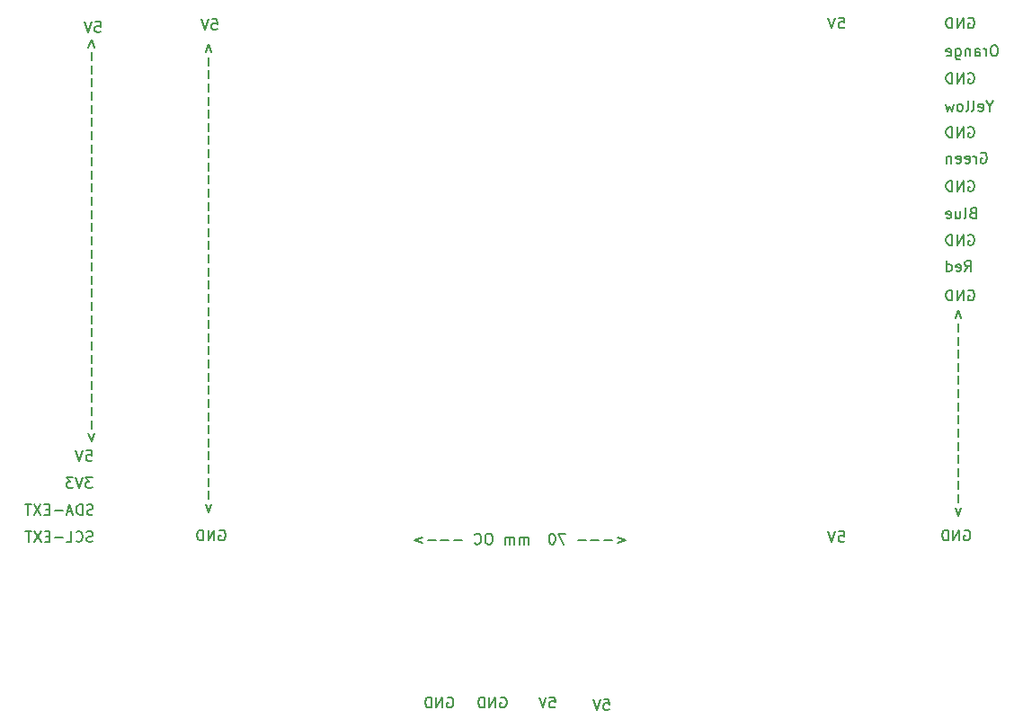
<source format=gbr>
%TF.GenerationSoftware,KiCad,Pcbnew,(5.1.9)-1*%
%TF.CreationDate,2021-10-25T22:56:29-04:00*%
%TF.ProjectId,ESP backpack,45535020-6261-4636-9b70-61636b2e6b69,rev?*%
%TF.SameCoordinates,Original*%
%TF.FileFunction,Legend,Bot*%
%TF.FilePolarity,Positive*%
%FSLAX46Y46*%
G04 Gerber Fmt 4.6, Leading zero omitted, Abs format (unit mm)*
G04 Created by KiCad (PCBNEW (5.1.9)-1) date 2021-10-25 22:56:29*
%MOMM*%
%LPD*%
G01*
G04 APERTURE LIST*
%ADD10C,0.150000*%
G04 APERTURE END LIST*
D10*
X9814595Y-68540380D02*
X9195547Y-68540380D01*
X9528880Y-68921333D01*
X9386023Y-68921333D01*
X9290785Y-68968952D01*
X9243166Y-69016571D01*
X9195547Y-69111809D01*
X9195547Y-69349904D01*
X9243166Y-69445142D01*
X9290785Y-69492761D01*
X9386023Y-69540380D01*
X9671738Y-69540380D01*
X9766976Y-69492761D01*
X9814595Y-69445142D01*
X8909833Y-68540380D02*
X8576500Y-69540380D01*
X8243166Y-68540380D01*
X8005071Y-68540380D02*
X7386023Y-68540380D01*
X7719357Y-68921333D01*
X7576500Y-68921333D01*
X7481261Y-68968952D01*
X7433642Y-69016571D01*
X7386023Y-69111809D01*
X7386023Y-69349904D01*
X7433642Y-69445142D01*
X7481261Y-69492761D01*
X7576500Y-69540380D01*
X7862214Y-69540380D01*
X7957452Y-69492761D01*
X8005071Y-69445142D01*
X9873857Y-72032761D02*
X9731000Y-72080380D01*
X9492904Y-72080380D01*
X9397666Y-72032761D01*
X9350047Y-71985142D01*
X9302428Y-71889904D01*
X9302428Y-71794666D01*
X9350047Y-71699428D01*
X9397666Y-71651809D01*
X9492904Y-71604190D01*
X9683380Y-71556571D01*
X9778619Y-71508952D01*
X9826238Y-71461333D01*
X9873857Y-71366095D01*
X9873857Y-71270857D01*
X9826238Y-71175619D01*
X9778619Y-71128000D01*
X9683380Y-71080380D01*
X9445285Y-71080380D01*
X9302428Y-71128000D01*
X8873857Y-72080380D02*
X8873857Y-71080380D01*
X8635761Y-71080380D01*
X8492904Y-71128000D01*
X8397666Y-71223238D01*
X8350047Y-71318476D01*
X8302428Y-71508952D01*
X8302428Y-71651809D01*
X8350047Y-71842285D01*
X8397666Y-71937523D01*
X8492904Y-72032761D01*
X8635761Y-72080380D01*
X8873857Y-72080380D01*
X7921476Y-71794666D02*
X7445285Y-71794666D01*
X8016714Y-72080380D02*
X7683380Y-71080380D01*
X7350047Y-72080380D01*
X7016714Y-71699428D02*
X6254809Y-71699428D01*
X5778619Y-71556571D02*
X5445285Y-71556571D01*
X5302428Y-72080380D02*
X5778619Y-72080380D01*
X5778619Y-71080380D01*
X5302428Y-71080380D01*
X4969095Y-71080380D02*
X4302428Y-72080380D01*
X4302428Y-71080380D02*
X4969095Y-72080380D01*
X4064333Y-71080380D02*
X3492904Y-71080380D01*
X3778619Y-72080380D02*
X3778619Y-71080380D01*
X9850047Y-74572761D02*
X9707190Y-74620380D01*
X9469095Y-74620380D01*
X9373857Y-74572761D01*
X9326238Y-74525142D01*
X9278619Y-74429904D01*
X9278619Y-74334666D01*
X9326238Y-74239428D01*
X9373857Y-74191809D01*
X9469095Y-74144190D01*
X9659571Y-74096571D01*
X9754809Y-74048952D01*
X9802428Y-74001333D01*
X9850047Y-73906095D01*
X9850047Y-73810857D01*
X9802428Y-73715619D01*
X9754809Y-73668000D01*
X9659571Y-73620380D01*
X9421476Y-73620380D01*
X9278619Y-73668000D01*
X8278619Y-74525142D02*
X8326238Y-74572761D01*
X8469095Y-74620380D01*
X8564333Y-74620380D01*
X8707190Y-74572761D01*
X8802428Y-74477523D01*
X8850047Y-74382285D01*
X8897666Y-74191809D01*
X8897666Y-74048952D01*
X8850047Y-73858476D01*
X8802428Y-73763238D01*
X8707190Y-73668000D01*
X8564333Y-73620380D01*
X8469095Y-73620380D01*
X8326238Y-73668000D01*
X8278619Y-73715619D01*
X7373857Y-74620380D02*
X7850047Y-74620380D01*
X7850047Y-73620380D01*
X7040523Y-74239428D02*
X6278619Y-74239428D01*
X5802428Y-74096571D02*
X5469095Y-74096571D01*
X5326238Y-74620380D02*
X5802428Y-74620380D01*
X5802428Y-73620380D01*
X5326238Y-73620380D01*
X4992904Y-73620380D02*
X4326238Y-74620380D01*
X4326238Y-73620380D02*
X4992904Y-74620380D01*
X4088142Y-73620380D02*
X3516714Y-73620380D01*
X3802428Y-74620380D02*
X3802428Y-73620380D01*
X21784404Y-73541000D02*
X21879642Y-73493380D01*
X22022500Y-73493380D01*
X22165357Y-73541000D01*
X22260595Y-73636238D01*
X22308214Y-73731476D01*
X22355833Y-73921952D01*
X22355833Y-74064809D01*
X22308214Y-74255285D01*
X22260595Y-74350523D01*
X22165357Y-74445761D01*
X22022500Y-74493380D01*
X21927261Y-74493380D01*
X21784404Y-74445761D01*
X21736785Y-74398142D01*
X21736785Y-74064809D01*
X21927261Y-74064809D01*
X21308214Y-74493380D02*
X21308214Y-73493380D01*
X20736785Y-74493380D01*
X20736785Y-73493380D01*
X20260595Y-74493380D02*
X20260595Y-73493380D01*
X20022500Y-73493380D01*
X19879642Y-73541000D01*
X19784404Y-73636238D01*
X19736785Y-73731476D01*
X19689166Y-73921952D01*
X19689166Y-74064809D01*
X19736785Y-74255285D01*
X19784404Y-74350523D01*
X19879642Y-74445761D01*
X20022500Y-74493380D01*
X20260595Y-74493380D01*
X92328904Y-40648000D02*
X92424142Y-40600380D01*
X92567000Y-40600380D01*
X92709857Y-40648000D01*
X92805095Y-40743238D01*
X92852714Y-40838476D01*
X92900333Y-41028952D01*
X92900333Y-41171809D01*
X92852714Y-41362285D01*
X92805095Y-41457523D01*
X92709857Y-41552761D01*
X92567000Y-41600380D01*
X92471761Y-41600380D01*
X92328904Y-41552761D01*
X92281285Y-41505142D01*
X92281285Y-41171809D01*
X92471761Y-41171809D01*
X91852714Y-41600380D02*
X91852714Y-40600380D01*
X91281285Y-41600380D01*
X91281285Y-40600380D01*
X90805095Y-41600380D02*
X90805095Y-40600380D01*
X90567000Y-40600380D01*
X90424142Y-40648000D01*
X90328904Y-40743238D01*
X90281285Y-40838476D01*
X90233666Y-41028952D01*
X90233666Y-41171809D01*
X90281285Y-41362285D01*
X90328904Y-41457523D01*
X90424142Y-41552761D01*
X90567000Y-41600380D01*
X90805095Y-41600380D01*
X92328904Y-35568000D02*
X92424142Y-35520380D01*
X92567000Y-35520380D01*
X92709857Y-35568000D01*
X92805095Y-35663238D01*
X92852714Y-35758476D01*
X92900333Y-35948952D01*
X92900333Y-36091809D01*
X92852714Y-36282285D01*
X92805095Y-36377523D01*
X92709857Y-36472761D01*
X92567000Y-36520380D01*
X92471761Y-36520380D01*
X92328904Y-36472761D01*
X92281285Y-36425142D01*
X92281285Y-36091809D01*
X92471761Y-36091809D01*
X91852714Y-36520380D02*
X91852714Y-35520380D01*
X91281285Y-36520380D01*
X91281285Y-35520380D01*
X90805095Y-36520380D02*
X90805095Y-35520380D01*
X90567000Y-35520380D01*
X90424142Y-35568000D01*
X90328904Y-35663238D01*
X90281285Y-35758476D01*
X90233666Y-35948952D01*
X90233666Y-36091809D01*
X90281285Y-36282285D01*
X90328904Y-36377523D01*
X90424142Y-36472761D01*
X90567000Y-36520380D01*
X90805095Y-36520380D01*
X92328904Y-25281000D02*
X92424142Y-25233380D01*
X92567000Y-25233380D01*
X92709857Y-25281000D01*
X92805095Y-25376238D01*
X92852714Y-25471476D01*
X92900333Y-25661952D01*
X92900333Y-25804809D01*
X92852714Y-25995285D01*
X92805095Y-26090523D01*
X92709857Y-26185761D01*
X92567000Y-26233380D01*
X92471761Y-26233380D01*
X92328904Y-26185761D01*
X92281285Y-26138142D01*
X92281285Y-25804809D01*
X92471761Y-25804809D01*
X91852714Y-26233380D02*
X91852714Y-25233380D01*
X91281285Y-26233380D01*
X91281285Y-25233380D01*
X90805095Y-26233380D02*
X90805095Y-25233380D01*
X90567000Y-25233380D01*
X90424142Y-25281000D01*
X90328904Y-25376238D01*
X90281285Y-25471476D01*
X90233666Y-25661952D01*
X90233666Y-25804809D01*
X90281285Y-25995285D01*
X90328904Y-26090523D01*
X90424142Y-26185761D01*
X90567000Y-26233380D01*
X90805095Y-26233380D01*
X92328904Y-30488000D02*
X92424142Y-30440380D01*
X92567000Y-30440380D01*
X92709857Y-30488000D01*
X92805095Y-30583238D01*
X92852714Y-30678476D01*
X92900333Y-30868952D01*
X92900333Y-31011809D01*
X92852714Y-31202285D01*
X92805095Y-31297523D01*
X92709857Y-31392761D01*
X92567000Y-31440380D01*
X92471761Y-31440380D01*
X92328904Y-31392761D01*
X92281285Y-31345142D01*
X92281285Y-31011809D01*
X92471761Y-31011809D01*
X91852714Y-31440380D02*
X91852714Y-30440380D01*
X91281285Y-31440380D01*
X91281285Y-30440380D01*
X90805095Y-31440380D02*
X90805095Y-30440380D01*
X90567000Y-30440380D01*
X90424142Y-30488000D01*
X90328904Y-30583238D01*
X90281285Y-30678476D01*
X90233666Y-30868952D01*
X90233666Y-31011809D01*
X90281285Y-31202285D01*
X90328904Y-31297523D01*
X90424142Y-31392761D01*
X90567000Y-31440380D01*
X90805095Y-31440380D01*
X92328904Y-45728000D02*
X92424142Y-45680380D01*
X92567000Y-45680380D01*
X92709857Y-45728000D01*
X92805095Y-45823238D01*
X92852714Y-45918476D01*
X92900333Y-46108952D01*
X92900333Y-46251809D01*
X92852714Y-46442285D01*
X92805095Y-46537523D01*
X92709857Y-46632761D01*
X92567000Y-46680380D01*
X92471761Y-46680380D01*
X92328904Y-46632761D01*
X92281285Y-46585142D01*
X92281285Y-46251809D01*
X92471761Y-46251809D01*
X91852714Y-46680380D02*
X91852714Y-45680380D01*
X91281285Y-46680380D01*
X91281285Y-45680380D01*
X90805095Y-46680380D02*
X90805095Y-45680380D01*
X90567000Y-45680380D01*
X90424142Y-45728000D01*
X90328904Y-45823238D01*
X90281285Y-45918476D01*
X90233666Y-46108952D01*
X90233666Y-46251809D01*
X90281285Y-46442285D01*
X90328904Y-46537523D01*
X90424142Y-46632761D01*
X90567000Y-46680380D01*
X90805095Y-46680380D01*
X92328904Y-50935000D02*
X92424142Y-50887380D01*
X92567000Y-50887380D01*
X92709857Y-50935000D01*
X92805095Y-51030238D01*
X92852714Y-51125476D01*
X92900333Y-51315952D01*
X92900333Y-51458809D01*
X92852714Y-51649285D01*
X92805095Y-51744523D01*
X92709857Y-51839761D01*
X92567000Y-51887380D01*
X92471761Y-51887380D01*
X92328904Y-51839761D01*
X92281285Y-51792142D01*
X92281285Y-51458809D01*
X92471761Y-51458809D01*
X91852714Y-51887380D02*
X91852714Y-50887380D01*
X91281285Y-51887380D01*
X91281285Y-50887380D01*
X90805095Y-51887380D02*
X90805095Y-50887380D01*
X90567000Y-50887380D01*
X90424142Y-50935000D01*
X90328904Y-51030238D01*
X90281285Y-51125476D01*
X90233666Y-51315952D01*
X90233666Y-51458809D01*
X90281285Y-51649285D01*
X90328904Y-51744523D01*
X90424142Y-51839761D01*
X90567000Y-51887380D01*
X90805095Y-51887380D01*
X91098714Y-53579238D02*
X91384428Y-52817333D01*
X91670142Y-53579238D01*
X91384428Y-54055428D02*
X91384428Y-54817333D01*
X91384428Y-55293523D02*
X91384428Y-56055428D01*
X91384428Y-56531619D02*
X91384428Y-57293523D01*
X91384428Y-57769714D02*
X91384428Y-58531619D01*
X91384428Y-59007809D02*
X91384428Y-59769714D01*
X91384428Y-60245904D02*
X91384428Y-61007809D01*
X91384428Y-61484000D02*
X91384428Y-62245904D01*
X91384428Y-62722095D02*
X91384428Y-63484000D01*
X91384428Y-63960190D02*
X91384428Y-64722095D01*
X91384428Y-65198285D02*
X91384428Y-65960190D01*
X91384428Y-66436380D02*
X91384428Y-67198285D01*
X91384428Y-67674476D02*
X91384428Y-68436380D01*
X91384428Y-68912571D02*
X91384428Y-69674476D01*
X91384428Y-70150666D02*
X91384428Y-70912571D01*
X91098714Y-71388761D02*
X91384428Y-72150666D01*
X91670142Y-71388761D01*
X91947904Y-73541000D02*
X92043142Y-73493380D01*
X92186000Y-73493380D01*
X92328857Y-73541000D01*
X92424095Y-73636238D01*
X92471714Y-73731476D01*
X92519333Y-73921952D01*
X92519333Y-74064809D01*
X92471714Y-74255285D01*
X92424095Y-74350523D01*
X92328857Y-74445761D01*
X92186000Y-74493380D01*
X92090761Y-74493380D01*
X91947904Y-74445761D01*
X91900285Y-74398142D01*
X91900285Y-74064809D01*
X92090761Y-74064809D01*
X91471714Y-74493380D02*
X91471714Y-73493380D01*
X90900285Y-74493380D01*
X90900285Y-73493380D01*
X90424095Y-74493380D02*
X90424095Y-73493380D01*
X90186000Y-73493380D01*
X90043142Y-73541000D01*
X89947904Y-73636238D01*
X89900285Y-73731476D01*
X89852666Y-73921952D01*
X89852666Y-74064809D01*
X89900285Y-74255285D01*
X89947904Y-74350523D01*
X90043142Y-74445761D01*
X90186000Y-74493380D01*
X90424095Y-74493380D01*
X80140976Y-25233380D02*
X80617166Y-25233380D01*
X80664785Y-25709571D01*
X80617166Y-25661952D01*
X80521928Y-25614333D01*
X80283833Y-25614333D01*
X80188595Y-25661952D01*
X80140976Y-25709571D01*
X80093357Y-25804809D01*
X80093357Y-26042904D01*
X80140976Y-26138142D01*
X80188595Y-26185761D01*
X80283833Y-26233380D01*
X80521928Y-26233380D01*
X80617166Y-26185761D01*
X80664785Y-26138142D01*
X79807642Y-25233380D02*
X79474309Y-26233380D01*
X79140976Y-25233380D01*
X80140976Y-73620380D02*
X80617166Y-73620380D01*
X80664785Y-74096571D01*
X80617166Y-74048952D01*
X80521928Y-74001333D01*
X80283833Y-74001333D01*
X80188595Y-74048952D01*
X80140976Y-74096571D01*
X80093357Y-74191809D01*
X80093357Y-74429904D01*
X80140976Y-74525142D01*
X80188595Y-74572761D01*
X80283833Y-74620380D01*
X80521928Y-74620380D01*
X80617166Y-74572761D01*
X80664785Y-74525142D01*
X79807642Y-73620380D02*
X79474309Y-74620380D01*
X79140976Y-73620380D01*
X20486714Y-28498285D02*
X20772428Y-27736380D01*
X21058142Y-28498285D01*
X20772428Y-28974476D02*
X20772428Y-29736380D01*
X20772428Y-30212571D02*
X20772428Y-30974476D01*
X20772428Y-31450666D02*
X20772428Y-32212571D01*
X20772428Y-32688761D02*
X20772428Y-33450666D01*
X20772428Y-33926857D02*
X20772428Y-34688761D01*
X20772428Y-35164952D02*
X20772428Y-35926857D01*
X20772428Y-36403047D02*
X20772428Y-37164952D01*
X20772428Y-37641142D02*
X20772428Y-38403047D01*
X20772428Y-38879238D02*
X20772428Y-39641142D01*
X20772428Y-40117333D02*
X20772428Y-40879238D01*
X20772428Y-41355428D02*
X20772428Y-42117333D01*
X20772428Y-42593523D02*
X20772428Y-43355428D01*
X20772428Y-43831619D02*
X20772428Y-44593523D01*
X20772428Y-45069714D02*
X20772428Y-45831619D01*
X20772428Y-46307809D02*
X20772428Y-47069714D01*
X20772428Y-47545904D02*
X20772428Y-48307809D01*
X20772428Y-48784000D02*
X20772428Y-49545904D01*
X20772428Y-50022095D02*
X20772428Y-50784000D01*
X20772428Y-51260190D02*
X20772428Y-52022095D01*
X20772428Y-52498285D02*
X20772428Y-53260190D01*
X20772428Y-53736380D02*
X20772428Y-54498285D01*
X20772428Y-54974476D02*
X20772428Y-55736380D01*
X20772428Y-56212571D02*
X20772428Y-56974476D01*
X20772428Y-57450666D02*
X20772428Y-58212571D01*
X20772428Y-58688761D02*
X20772428Y-59450666D01*
X20772428Y-59926857D02*
X20772428Y-60688761D01*
X20772428Y-61164952D02*
X20772428Y-61926857D01*
X20772428Y-62403047D02*
X20772428Y-63164952D01*
X20772428Y-63641142D02*
X20772428Y-64403047D01*
X20772428Y-64879238D02*
X20772428Y-65641142D01*
X20772428Y-66117333D02*
X20772428Y-66879238D01*
X20772428Y-67355428D02*
X20772428Y-68117333D01*
X20772428Y-68593523D02*
X20772428Y-69355428D01*
X20772428Y-69831619D02*
X20772428Y-70593523D01*
X20486714Y-71069714D02*
X20772428Y-71831619D01*
X21058142Y-71069714D01*
X21085976Y-25360380D02*
X21562166Y-25360380D01*
X21609785Y-25836571D01*
X21562166Y-25788952D01*
X21466928Y-25741333D01*
X21228833Y-25741333D01*
X21133595Y-25788952D01*
X21085976Y-25836571D01*
X21038357Y-25931809D01*
X21038357Y-26169904D01*
X21085976Y-26265142D01*
X21133595Y-26312761D01*
X21228833Y-26360380D01*
X21466928Y-26360380D01*
X21562166Y-26312761D01*
X21609785Y-26265142D01*
X20752642Y-25360380D02*
X20419309Y-26360380D01*
X20085976Y-25360380D01*
X10096476Y-25614380D02*
X10572666Y-25614380D01*
X10620285Y-26090571D01*
X10572666Y-26042952D01*
X10477428Y-25995333D01*
X10239333Y-25995333D01*
X10144095Y-26042952D01*
X10096476Y-26090571D01*
X10048857Y-26185809D01*
X10048857Y-26423904D01*
X10096476Y-26519142D01*
X10144095Y-26566761D01*
X10239333Y-26614380D01*
X10477428Y-26614380D01*
X10572666Y-26566761D01*
X10620285Y-26519142D01*
X9763142Y-25614380D02*
X9429809Y-26614380D01*
X9096476Y-25614380D01*
X9437714Y-28037523D02*
X9723428Y-27275619D01*
X10009142Y-28037523D01*
X9723428Y-28513714D02*
X9723428Y-29275619D01*
X9723428Y-29751809D02*
X9723428Y-30513714D01*
X9723428Y-30989904D02*
X9723428Y-31751809D01*
X9723428Y-32228000D02*
X9723428Y-32989904D01*
X9723428Y-33466095D02*
X9723428Y-34228000D01*
X9723428Y-34704190D02*
X9723428Y-35466095D01*
X9723428Y-35942285D02*
X9723428Y-36704190D01*
X9723428Y-37180380D02*
X9723428Y-37942285D01*
X9723428Y-38418476D02*
X9723428Y-39180380D01*
X9723428Y-39656571D02*
X9723428Y-40418476D01*
X9723428Y-40894666D02*
X9723428Y-41656571D01*
X9723428Y-42132761D02*
X9723428Y-42894666D01*
X9723428Y-43370857D02*
X9723428Y-44132761D01*
X9723428Y-44608952D02*
X9723428Y-45370857D01*
X9723428Y-45847047D02*
X9723428Y-46608952D01*
X9723428Y-47085142D02*
X9723428Y-47847047D01*
X9723428Y-48323238D02*
X9723428Y-49085142D01*
X9723428Y-49561333D02*
X9723428Y-50323238D01*
X9723428Y-50799428D02*
X9723428Y-51561333D01*
X9723428Y-52037523D02*
X9723428Y-52799428D01*
X9723428Y-53275619D02*
X9723428Y-54037523D01*
X9723428Y-54513714D02*
X9723428Y-55275619D01*
X9723428Y-55751809D02*
X9723428Y-56513714D01*
X9723428Y-56989904D02*
X9723428Y-57751809D01*
X9723428Y-58228000D02*
X9723428Y-58989904D01*
X9723428Y-59466095D02*
X9723428Y-60228000D01*
X9723428Y-60704190D02*
X9723428Y-61466095D01*
X9723428Y-61942285D02*
X9723428Y-62704190D01*
X9723428Y-63180380D02*
X9723428Y-63942285D01*
X9437714Y-64418476D02*
X9723428Y-65180380D01*
X10009142Y-64418476D01*
X9274976Y-66000380D02*
X9751166Y-66000380D01*
X9798785Y-66476571D01*
X9751166Y-66428952D01*
X9655928Y-66381333D01*
X9417833Y-66381333D01*
X9322595Y-66428952D01*
X9274976Y-66476571D01*
X9227357Y-66571809D01*
X9227357Y-66809904D01*
X9274976Y-66905142D01*
X9322595Y-66952761D01*
X9417833Y-67000380D01*
X9655928Y-67000380D01*
X9751166Y-66952761D01*
X9798785Y-66905142D01*
X8941642Y-66000380D02*
X8608309Y-67000380D01*
X8274976Y-66000380D01*
X59266666Y-74185714D02*
X60028571Y-74471428D01*
X59266666Y-74757142D01*
X58790476Y-74471428D02*
X58028571Y-74471428D01*
X57552380Y-74471428D02*
X56790476Y-74471428D01*
X56314285Y-74471428D02*
X55552380Y-74471428D01*
X54409523Y-73852380D02*
X53742857Y-73852380D01*
X54171428Y-74852380D01*
X53171428Y-73852380D02*
X53076190Y-73852380D01*
X52980952Y-73900000D01*
X52933333Y-73947619D01*
X52885714Y-74042857D01*
X52838095Y-74233333D01*
X52838095Y-74471428D01*
X52885714Y-74661904D01*
X52933333Y-74757142D01*
X52980952Y-74804761D01*
X53076190Y-74852380D01*
X53171428Y-74852380D01*
X53266666Y-74804761D01*
X53314285Y-74757142D01*
X53361904Y-74661904D01*
X53409523Y-74471428D01*
X53409523Y-74233333D01*
X53361904Y-74042857D01*
X53314285Y-73947619D01*
X53266666Y-73900000D01*
X53171428Y-73852380D01*
X50885714Y-74852380D02*
X50885714Y-74185714D01*
X50885714Y-74280952D02*
X50838095Y-74233333D01*
X50742857Y-74185714D01*
X50600000Y-74185714D01*
X50504761Y-74233333D01*
X50457142Y-74328571D01*
X50457142Y-74852380D01*
X50457142Y-74328571D02*
X50409523Y-74233333D01*
X50314285Y-74185714D01*
X50171428Y-74185714D01*
X50076190Y-74233333D01*
X50028571Y-74328571D01*
X50028571Y-74852380D01*
X49552380Y-74852380D02*
X49552380Y-74185714D01*
X49552380Y-74280952D02*
X49504761Y-74233333D01*
X49409523Y-74185714D01*
X49266666Y-74185714D01*
X49171428Y-74233333D01*
X49123809Y-74328571D01*
X49123809Y-74852380D01*
X49123809Y-74328571D02*
X49076190Y-74233333D01*
X48980952Y-74185714D01*
X48838095Y-74185714D01*
X48742857Y-74233333D01*
X48695238Y-74328571D01*
X48695238Y-74852380D01*
X47266666Y-73852380D02*
X47076190Y-73852380D01*
X46980952Y-73900000D01*
X46885714Y-73995238D01*
X46838095Y-74185714D01*
X46838095Y-74519047D01*
X46885714Y-74709523D01*
X46980952Y-74804761D01*
X47076190Y-74852380D01*
X47266666Y-74852380D01*
X47361904Y-74804761D01*
X47457142Y-74709523D01*
X47504761Y-74519047D01*
X47504761Y-74185714D01*
X47457142Y-73995238D01*
X47361904Y-73900000D01*
X47266666Y-73852380D01*
X45838095Y-74757142D02*
X45885714Y-74804761D01*
X46028571Y-74852380D01*
X46123809Y-74852380D01*
X46266666Y-74804761D01*
X46361904Y-74709523D01*
X46409523Y-74614285D01*
X46457142Y-74423809D01*
X46457142Y-74280952D01*
X46409523Y-74090476D01*
X46361904Y-73995238D01*
X46266666Y-73900000D01*
X46123809Y-73852380D01*
X46028571Y-73852380D01*
X45885714Y-73900000D01*
X45838095Y-73947619D01*
X44647619Y-74471428D02*
X43885714Y-74471428D01*
X43409523Y-74471428D02*
X42647619Y-74471428D01*
X42171428Y-74471428D02*
X41409523Y-74471428D01*
X40933333Y-74185714D02*
X40171428Y-74471428D01*
X40933333Y-74757142D01*
X43261904Y-89300000D02*
X43357142Y-89252380D01*
X43500000Y-89252380D01*
X43642857Y-89300000D01*
X43738095Y-89395238D01*
X43785714Y-89490476D01*
X43833333Y-89680952D01*
X43833333Y-89823809D01*
X43785714Y-90014285D01*
X43738095Y-90109523D01*
X43642857Y-90204761D01*
X43500000Y-90252380D01*
X43404761Y-90252380D01*
X43261904Y-90204761D01*
X43214285Y-90157142D01*
X43214285Y-89823809D01*
X43404761Y-89823809D01*
X42785714Y-90252380D02*
X42785714Y-89252380D01*
X42214285Y-90252380D01*
X42214285Y-89252380D01*
X41738095Y-90252380D02*
X41738095Y-89252380D01*
X41500000Y-89252380D01*
X41357142Y-89300000D01*
X41261904Y-89395238D01*
X41214285Y-89490476D01*
X41166666Y-89680952D01*
X41166666Y-89823809D01*
X41214285Y-90014285D01*
X41261904Y-90109523D01*
X41357142Y-90204761D01*
X41500000Y-90252380D01*
X41738095Y-90252380D01*
X48261904Y-89300000D02*
X48357142Y-89252380D01*
X48500000Y-89252380D01*
X48642857Y-89300000D01*
X48738095Y-89395238D01*
X48785714Y-89490476D01*
X48833333Y-89680952D01*
X48833333Y-89823809D01*
X48785714Y-90014285D01*
X48738095Y-90109523D01*
X48642857Y-90204761D01*
X48500000Y-90252380D01*
X48404761Y-90252380D01*
X48261904Y-90204761D01*
X48214285Y-90157142D01*
X48214285Y-89823809D01*
X48404761Y-89823809D01*
X47785714Y-90252380D02*
X47785714Y-89252380D01*
X47214285Y-90252380D01*
X47214285Y-89252380D01*
X46738095Y-90252380D02*
X46738095Y-89252380D01*
X46500000Y-89252380D01*
X46357142Y-89300000D01*
X46261904Y-89395238D01*
X46214285Y-89490476D01*
X46166666Y-89680952D01*
X46166666Y-89823809D01*
X46214285Y-90014285D01*
X46261904Y-90109523D01*
X46357142Y-90204761D01*
X46500000Y-90252380D01*
X46738095Y-90252380D01*
X52890476Y-89252380D02*
X53366666Y-89252380D01*
X53414285Y-89728571D01*
X53366666Y-89680952D01*
X53271428Y-89633333D01*
X53033333Y-89633333D01*
X52938095Y-89680952D01*
X52890476Y-89728571D01*
X52842857Y-89823809D01*
X52842857Y-90061904D01*
X52890476Y-90157142D01*
X52938095Y-90204761D01*
X53033333Y-90252380D01*
X53271428Y-90252380D01*
X53366666Y-90204761D01*
X53414285Y-90157142D01*
X52557142Y-89252380D02*
X52223809Y-90252380D01*
X51890476Y-89252380D01*
X57990476Y-89452380D02*
X58466666Y-89452380D01*
X58514285Y-89928571D01*
X58466666Y-89880952D01*
X58371428Y-89833333D01*
X58133333Y-89833333D01*
X58038095Y-89880952D01*
X57990476Y-89928571D01*
X57942857Y-90023809D01*
X57942857Y-90261904D01*
X57990476Y-90357142D01*
X58038095Y-90404761D01*
X58133333Y-90452380D01*
X58371428Y-90452380D01*
X58466666Y-90404761D01*
X58514285Y-90357142D01*
X57657142Y-89452380D02*
X57323809Y-90452380D01*
X56990476Y-89452380D01*
X91995571Y-49152380D02*
X92328904Y-48676190D01*
X92567000Y-49152380D02*
X92567000Y-48152380D01*
X92186047Y-48152380D01*
X92090809Y-48200000D01*
X92043190Y-48247619D01*
X91995571Y-48342857D01*
X91995571Y-48485714D01*
X92043190Y-48580952D01*
X92090809Y-48628571D01*
X92186047Y-48676190D01*
X92567000Y-48676190D01*
X91186047Y-49104761D02*
X91281285Y-49152380D01*
X91471762Y-49152380D01*
X91567000Y-49104761D01*
X91614619Y-49009523D01*
X91614619Y-48628571D01*
X91567000Y-48533333D01*
X91471762Y-48485714D01*
X91281285Y-48485714D01*
X91186047Y-48533333D01*
X91138428Y-48628571D01*
X91138428Y-48723809D01*
X91614619Y-48819047D01*
X90281285Y-49152380D02*
X90281285Y-48152380D01*
X90281285Y-49104761D02*
X90376523Y-49152380D01*
X90567000Y-49152380D01*
X90662238Y-49104761D01*
X90709857Y-49057142D01*
X90757476Y-48961904D01*
X90757476Y-48676190D01*
X90709857Y-48580952D01*
X90662238Y-48533333D01*
X90567000Y-48485714D01*
X90376523Y-48485714D01*
X90281285Y-48533333D01*
X92757476Y-43628571D02*
X92614619Y-43676190D01*
X92567000Y-43723809D01*
X92519381Y-43819047D01*
X92519381Y-43961904D01*
X92567000Y-44057142D01*
X92614619Y-44104761D01*
X92709857Y-44152380D01*
X93090809Y-44152380D01*
X93090809Y-43152380D01*
X92757476Y-43152380D01*
X92662238Y-43200000D01*
X92614619Y-43247619D01*
X92567000Y-43342857D01*
X92567000Y-43438095D01*
X92614619Y-43533333D01*
X92662238Y-43580952D01*
X92757476Y-43628571D01*
X93090809Y-43628571D01*
X91947952Y-44152380D02*
X92043190Y-44104761D01*
X92090809Y-44009523D01*
X92090809Y-43152380D01*
X91138428Y-43485714D02*
X91138428Y-44152380D01*
X91567000Y-43485714D02*
X91567000Y-44009523D01*
X91519381Y-44104761D01*
X91424143Y-44152380D01*
X91281286Y-44152380D01*
X91186048Y-44104761D01*
X91138428Y-44057142D01*
X90281286Y-44104761D02*
X90376524Y-44152380D01*
X90567000Y-44152380D01*
X90662238Y-44104761D01*
X90709857Y-44009523D01*
X90709857Y-43628571D01*
X90662238Y-43533333D01*
X90567000Y-43485714D01*
X90376524Y-43485714D01*
X90281286Y-43533333D01*
X90233667Y-43628571D01*
X90233667Y-43723809D01*
X90709857Y-43819047D01*
X93519380Y-38000000D02*
X93614618Y-37952380D01*
X93757476Y-37952380D01*
X93900333Y-38000000D01*
X93995571Y-38095238D01*
X94043190Y-38190476D01*
X94090809Y-38380952D01*
X94090809Y-38523809D01*
X94043190Y-38714285D01*
X93995571Y-38809523D01*
X93900333Y-38904761D01*
X93757476Y-38952380D01*
X93662238Y-38952380D01*
X93519380Y-38904761D01*
X93471761Y-38857142D01*
X93471761Y-38523809D01*
X93662238Y-38523809D01*
X93043190Y-38952380D02*
X93043190Y-38285714D01*
X93043190Y-38476190D02*
X92995571Y-38380952D01*
X92947952Y-38333333D01*
X92852714Y-38285714D01*
X92757476Y-38285714D01*
X92043190Y-38904761D02*
X92138428Y-38952380D01*
X92328904Y-38952380D01*
X92424142Y-38904761D01*
X92471761Y-38809523D01*
X92471761Y-38428571D01*
X92424142Y-38333333D01*
X92328904Y-38285714D01*
X92138428Y-38285714D01*
X92043190Y-38333333D01*
X91995571Y-38428571D01*
X91995571Y-38523809D01*
X92471761Y-38619047D01*
X91186047Y-38904761D02*
X91281285Y-38952380D01*
X91471761Y-38952380D01*
X91566999Y-38904761D01*
X91614618Y-38809523D01*
X91614618Y-38428571D01*
X91566999Y-38333333D01*
X91471761Y-38285714D01*
X91281285Y-38285714D01*
X91186047Y-38333333D01*
X91138428Y-38428571D01*
X91138428Y-38523809D01*
X91614618Y-38619047D01*
X90709857Y-38285714D02*
X90709857Y-38952380D01*
X90709857Y-38380952D02*
X90662238Y-38333333D01*
X90566999Y-38285714D01*
X90424142Y-38285714D01*
X90328904Y-38333333D01*
X90281285Y-38428571D01*
X90281285Y-38952380D01*
X94328905Y-33576190D02*
X94328905Y-34052380D01*
X94662238Y-33052380D02*
X94328905Y-33576190D01*
X93995572Y-33052380D01*
X93281286Y-34004761D02*
X93376524Y-34052380D01*
X93567000Y-34052380D01*
X93662238Y-34004761D01*
X93709857Y-33909523D01*
X93709857Y-33528571D01*
X93662238Y-33433333D01*
X93567000Y-33385714D01*
X93376524Y-33385714D01*
X93281286Y-33433333D01*
X93233667Y-33528571D01*
X93233667Y-33623809D01*
X93709857Y-33719047D01*
X92662238Y-34052380D02*
X92757476Y-34004761D01*
X92805095Y-33909523D01*
X92805095Y-33052380D01*
X92138429Y-34052380D02*
X92233667Y-34004761D01*
X92281286Y-33909523D01*
X92281286Y-33052380D01*
X91614619Y-34052380D02*
X91709857Y-34004761D01*
X91757476Y-33957142D01*
X91805095Y-33861904D01*
X91805095Y-33576190D01*
X91757476Y-33480952D01*
X91709857Y-33433333D01*
X91614619Y-33385714D01*
X91471762Y-33385714D01*
X91376524Y-33433333D01*
X91328905Y-33480952D01*
X91281286Y-33576190D01*
X91281286Y-33861904D01*
X91328905Y-33957142D01*
X91376524Y-34004761D01*
X91471762Y-34052380D01*
X91614619Y-34052380D01*
X90947953Y-33385714D02*
X90757476Y-34052380D01*
X90567000Y-33576190D01*
X90376524Y-34052380D01*
X90186048Y-33385714D01*
X94852714Y-27852380D02*
X94662238Y-27852380D01*
X94566999Y-27900000D01*
X94471761Y-27995238D01*
X94424142Y-28185714D01*
X94424142Y-28519047D01*
X94471761Y-28709523D01*
X94566999Y-28804761D01*
X94662238Y-28852380D01*
X94852714Y-28852380D01*
X94947952Y-28804761D01*
X95043190Y-28709523D01*
X95090809Y-28519047D01*
X95090809Y-28185714D01*
X95043190Y-27995238D01*
X94947952Y-27900000D01*
X94852714Y-27852380D01*
X93995571Y-28852380D02*
X93995571Y-28185714D01*
X93995571Y-28376190D02*
X93947952Y-28280952D01*
X93900333Y-28233333D01*
X93805095Y-28185714D01*
X93709857Y-28185714D01*
X92947952Y-28852380D02*
X92947952Y-28328571D01*
X92995571Y-28233333D01*
X93090809Y-28185714D01*
X93281285Y-28185714D01*
X93376523Y-28233333D01*
X92947952Y-28804761D02*
X93043190Y-28852380D01*
X93281285Y-28852380D01*
X93376523Y-28804761D01*
X93424142Y-28709523D01*
X93424142Y-28614285D01*
X93376523Y-28519047D01*
X93281285Y-28471428D01*
X93043190Y-28471428D01*
X92947952Y-28423809D01*
X92471761Y-28185714D02*
X92471761Y-28852380D01*
X92471761Y-28280952D02*
X92424142Y-28233333D01*
X92328904Y-28185714D01*
X92186047Y-28185714D01*
X92090809Y-28233333D01*
X92043190Y-28328571D01*
X92043190Y-28852380D01*
X91138428Y-28185714D02*
X91138428Y-28995238D01*
X91186047Y-29090476D01*
X91233666Y-29138095D01*
X91328904Y-29185714D01*
X91471761Y-29185714D01*
X91566999Y-29138095D01*
X91138428Y-28804761D02*
X91233666Y-28852380D01*
X91424142Y-28852380D01*
X91519380Y-28804761D01*
X91566999Y-28757142D01*
X91614618Y-28661904D01*
X91614618Y-28376190D01*
X91566999Y-28280952D01*
X91519380Y-28233333D01*
X91424142Y-28185714D01*
X91233666Y-28185714D01*
X91138428Y-28233333D01*
X90281285Y-28804761D02*
X90376523Y-28852380D01*
X90566999Y-28852380D01*
X90662238Y-28804761D01*
X90709857Y-28709523D01*
X90709857Y-28328571D01*
X90662238Y-28233333D01*
X90566999Y-28185714D01*
X90376523Y-28185714D01*
X90281285Y-28233333D01*
X90233666Y-28328571D01*
X90233666Y-28423809D01*
X90709857Y-28519047D01*
M02*

</source>
